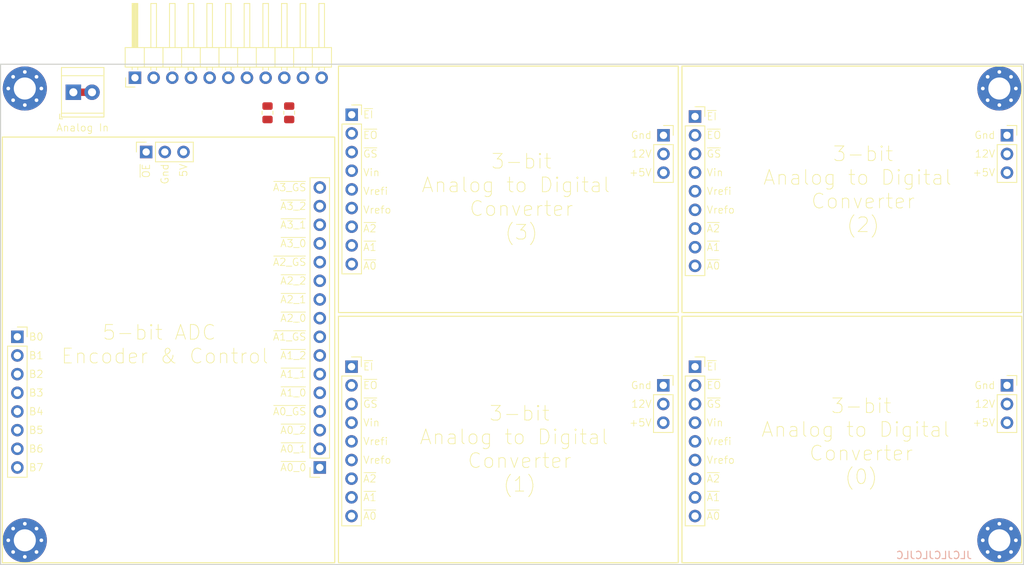
<source format=kicad_pcb>
(kicad_pcb (version 20211014) (generator pcbnew)
  (layers (0 "F.Cu" signal) (1 "In1.Cu" signal) (2 "In2.Cu" signal) (31 "B.Cu" signal) (34 "B.Paste" user) (35 "F.Paste" user) (36 "B.SilkS" user "B.Silkscreen") (37 "F.SilkS" user "F.Silkscreen") (38 "B.Mask" user) (39 "F.Mask" user) (44 "Edge.Cuts" user))
  (net 0 "")
  (net 2 "~{ANALOG_IN}")
  (net 5 "Net-(J2-Pad5)")
  (net 8 "GND")
  (net 11 "Net-(J4-Pad5)")
  (net 18 "~{A3_GS}")
  (net 19 "~{A3_2}")
  (net 20 "~{A3_1}")
  (net 21 "~{A3_0}")
  (net 22 "~{A2_GS}")
  (net 23 "~{A2_2}")
  (net 24 "~{A2_1}")
  (net 25 "~{A2_0}")
  (net 26 "~{A1_GS}")
  (net 27 "~{A1_2}")
  (net 28 "~{A1_1}")
  (net 29 "~{A1_0}")
  (net 30 "~{A0_GS}")
  (net 31 "~{A0_2}")
  (net 32 "~{A0_1}")
  (net 33 "~{A0_0}")
  (net 34 "BUS7")
  (net 35 "BUS6")
  (net 36 "BUS5")
  (net 37 "BUS4")
  (net 38 "BUS3")
  (net 39 "BUS2")
  (net 40 "BUS1")
  (net 41 "BUS0")
  (net 42 "Net-(J6-Pad5)")
  (net 43 "Net-(J8-Pad5)")
  (net 44 "+12V")
  (net 45 "Net-(J4-Pad2)")
  (net 46 "Net-(J6-Pad2)")
  (net 47 "Net-(J6-Pad1)")
  (net 48 "+5V")
  (net 49 "~{OE}")
  (footprint "Connector_PinSocket_2.54mm:PinSocket_1x03_P2.54mm_Vertical" (layer "F.Cu") (at 173.99 107.188)
    (fp_text reference "J7" hide)
    (fp_text value "Conn_01x03" hide)
    (fp_line (start -1.33 1.27) (end -1.33 6.41) (layer "F.SilkS") (width 0.12))
    (fp_line (start 0 -1.33) (end 1.33 -1.33) (layer "F.SilkS") (width 0.12))
    (fp_line (start -1.33 1.27) (end 1.33 1.27) (layer "F.SilkS") (width 0.12))
    (fp_line (start 1.33 -1.33) (end 1.33 0) (layer "F.SilkS") (width 0.12))
    (fp_line (start 1.33 1.27) (end 1.33 6.41) (layer "F.SilkS") (width 0.12))
    (fp_line (start -1.33 6.41) (end 1.33 6.41) (layer "F.SilkS") (width 0.12))
    (pad "1" thru_hole rect locked (at 0 0) (size 1.7 1.7) (drill 1) (layers *.Cu *.Mask) (net 8 "GND"))
    (pad "2" thru_hole oval locked (at 0 2.54) (size 1.7 1.7) (drill 1) (layers *.Cu *.Mask))
    (pad "3" thru_hole oval locked (at 0 5.08) (size 1.7 1.7) (drill 1) (layers *.Cu *.Mask))
  )
  (footprint "Connector_PinSocket_2.54mm:PinSocket_1x09_P2.54mm_Vertical" (layer "F.Cu") (at 131.597 70.368)
    (fp_text reference "J2" hide)
    (fp_text value "Conn_01x09" hide)
    (fp_line (start 1.33 -1.33) (end 1.33 0) (layer "F.SilkS") (width 0.12))
    (fp_line (start 0 -1.33) (end 1.33 -1.33) (layer "F.SilkS") (width 0.12))
    (fp_line (start -1.33 1.27) (end -1.33 21.65) (layer "F.SilkS") (width 0.12))
    (fp_line (start -1.33 1.27) (end 1.33 1.27) (layer "F.SilkS") (width 0.12))
    (fp_line (start -1.33 21.65) (end 1.33 21.65) (layer "F.SilkS") (width 0.12))
    (fp_line (start 1.33 1.27) (end 1.33 21.65) (layer "F.SilkS") (width 0.12))
    (pad "1" thru_hole rect locked (at 0 0) (size 1.7 1.7) (drill 1) (layers *.Cu *.Mask) (net 45 "Net-(J4-Pad2)"))
    (pad "2" thru_hole oval locked (at 0 2.54) (size 1.7 1.7) (drill 1) (layers *.Cu *.Mask))
    (pad "3" thru_hole oval locked (at 0 5.08) (size 1.7 1.7) (drill 1) (layers *.Cu *.Mask) (net 18 "~{A3_GS}"))
    (pad "4" thru_hole oval locked (at 0 7.62) (size 1.7 1.7) (drill 1) (layers *.Cu *.Mask) (net 2 "~{ANALOG_IN}"))
    (pad "5" thru_hole oval locked (at 0 10.16) (size 1.7 1.7) (drill 1) (layers *.Cu *.Mask) (net 5 "Net-(J2-Pad5)"))
    (pad "6" thru_hole oval locked (at 0 12.7) (size 1.7 1.7) (drill 1) (layers *.Cu *.Mask))
    (pad "7" thru_hole oval locked (at 0 15.24) (size 1.7 1.7) (drill 1) (layers *.Cu *.Mask) (net 19 "~{A3_2}"))
    (pad "8" thru_hole oval locked (at 0 17.78) (size 1.7 1.7) (drill 1) (layers *.Cu *.Mask) (net 20 "~{A3_1}"))
    (pad "9" thru_hole oval locked (at 0 20.32) (size 1.7 1.7) (drill 1) (layers *.Cu *.Mask) (net 21 "~{A3_0}"))
  )
  (footprint "Connector_PinHeader_2.54mm:PinHeader_1x11_P2.54mm_Horizontal" (layer "F.Cu") (at 102.108 65.335 90)
    (fp_text reference "J1" hide)
    (fp_text value "Conn_01x11" hide)
    (fp_line (start 10.1 0.38) (end 4.1 0.38) (layer "F.SilkS") (width 0.12))
    (fp_line (start 4.1 22.48) (end 10.1 22.48) (layer "F.SilkS") (width 0.12))
    (fp_line (start 1.042929 2.16) (end 1.44 2.16) (layer "F.SilkS") (width 0.12))
    (fp_line (start 10.1 12.32) (end 10.1 13.08) (layer "F.SilkS") (width 0.12))
    (fp_line (start 1.042929 4.7) (end 1.44 4.7) (layer "F.SilkS") (width 0.12))
    (fp_line (start 10.1 22.48) (end 10.1 23.24) (layer "F.SilkS") (width 0.12))
    (fp_line (start 1.042929 7.24) (end 1.44 7.24) (layer "F.SilkS") (width 0.12))
    (fp_line (start 1.042929 15.62) (end 1.44 15.62) (layer "F.SilkS") (width 0.12))
    (fp_line (start 4.1 2.16) (end 10.1 2.16) (layer "F.SilkS") (width 0.12))
    (fp_line (start 4.1 -0.32) (end 10.1 -0.32) (layer "F.SilkS") (width 0.12))
    (fp_line (start 10.1 13.08) (end 4.1 13.08) (layer "F.SilkS") (width 0.12))
    (fp_line (start 10.1 9.78) (end 10.1 10.54) (layer "F.SilkS") (width 0.12))
    (fp_line (start 4.1 4.7) (end 10.1 4.7) (layer "F.SilkS") (width 0.12))
    (fp_line (start 10.1 7.24) (end 10.1 8) (layer "F.SilkS") (width 0.12))
    (fp_line (start 1.44 11.43) (end 4.1 11.43) (layer "F.SilkS") (width 0.12))
    (fp_line (start 10.1 17.4) (end 10.1 18.16) (layer "F.SilkS") (width 0.12))
    (fp_line (start 4.1 0.04) (end 10.1 0.04) (layer "F.SilkS") (width 0.12))
    (fp_line (start 1.042929 22.48) (end 1.44 22.48) (layer "F.SilkS") (width 0.12))
    (fp_line (start 10.1 18.16) (end 4.1 18.16) (layer "F.SilkS") (width 0.12))
    (fp_line (start 1.44 8.89) (end 4.1 8.89) (layer "F.SilkS") (width 0.12))
    (fp_line (start 1.042929 9.78) (end 1.44 9.78) (layer "F.SilkS") (width 0.12))
    (fp_line (start 1.042929 10.54) (end 1.44 10.54) (layer "F.SilkS") (width 0.12))
    (fp_line (start 1.44 19.05) (end 4.1 19.05) (layer "F.SilkS") (width 0.12))
    (fp_line (start 1.11 -0.38) (end 1.44 -0.38) (layer "F.SilkS") (width 0.12))
    (fp_line (start 1.042929 12.32) (end 1.44 12.32) (layer "F.SilkS") (width 0.12))
    (fp_line (start 10.1 20.7) (end 4.1 20.7) (layer "F.SilkS") (width 0.12))
    (fp_line (start 1.042929 8) (end 1.44 8) (layer "F.SilkS") (width 0.12))
    (fp_line (start 1.042929 17.4) (end 1.44 17.4) (layer "F.SilkS") (width 0.12))
    (fp_line (start 4.1 -0.2) (end 10.1 -0.2) (layer "F.SilkS") (width 0.12))
    (fp_line (start 4.1 12.32) (end 10.1 12.32) (layer "F.SilkS") (width 0.12))
    (fp_line (start 4.1 -0.08) (end 10.1 -0.08) (layer "F.SilkS") (width 0.12))
    (fp_line (start 10.1 15.62) (end 4.1 15.62) (layer "F.SilkS") (width 0.12))
    (fp_line (start 4.1 9.78) (end 10.1 9.78) (layer "F.SilkS") (width 0.12))
    (fp_line (start 10.1 25.02) (end 10.1 25.78) (layer "F.SilkS") (width 0.12))
    (fp_line (start 1.042929 13.08) (end 1.44 13.08) (layer "F.SilkS") (width 0.12))
    (fp_line (start 10.1 14.86) (end 10.1 15.62) (layer "F.SilkS") (width 0.12))
    (fp_line (start 4.1 0.16) (end 10.1 0.16) (layer "F.SilkS") (width 0.12))
    (fp_line (start 10.1 8) (end 4.1 8) (layer "F.SilkS") (width 0.12))
    (fp_line (start -1.27 -1.27) (end 0 -1.27) (layer "F.SilkS") (width 0.12))
    (fp_line (start 1.44 3.81) (end 4.1 3.81) (layer "F.SilkS") (width 0.12))
    (fp_line (start 1.042929 25.02) (end 1.44 25.02) (layer "F.SilkS") (width 0.12))
    (fp_line (start 1.042929 18.16) (end 1.44 18.16) (layer "F.SilkS") (width 0.12))
    (fp_line (start 4.1 7.24) (end 10.1 7.24) (layer "F.SilkS") (width 0.12))
    (fp_line (start 1.44 6.35) (end 4.1 6.35) (layer "F.SilkS") (width 0.12))
    (fp_line (start 10.1 19.94) (end 10.1 20.7) (layer "F.SilkS") (width 0.12))
    (fp_line (start 4.1 -1.33) (end 1.44 -1.33) (layer "F.SilkS") (width 0.12))
    (fp_line (start 10.1 23.24) (end 4.1 23.24) (layer "F.SilkS") (width 0.12))
    (fp_line (start 10.1 -0.38) (end 10.1 0.38) (layer "F.SilkS") (width 0.12))
    (fp_line (start 10.1 10.54) (end 4.1 10.54) (layer "F.SilkS") (width 0.12))
    (fp_line (start 1.042929 23.24) (end 1.44 23.24) (layer "F.SilkS") (width 0.12))
    (fp_line (start 1.44 26.73) (end 4.1 26.73) (layer "F.SilkS") (width 0.12))
    (fp_line (start 1.44 1.27) (end 4.1 1.27) (layer "F.SilkS") (width 0.12))
    (fp_line (start 1.44 21.59) (end 4.1 21.59) (layer "F.SilkS") (width 0.12))
    (fp_line (start 1.44 16.51) (end 4.1 16.51) (layer "F.SilkS") (width 0.12))
    (fp_line (start 1.44 -1.33) (end 1.44 26.73) (layer "F.SilkS") (width 0.12))
    (fp_line (start 1.042929 20.7) (end 1.44 20.7) (layer "F.SilkS") (width 0.12))
    (fp_line (start 10.1 4.7) (end 10.1 5.46) (layer "F.SilkS") (width 0.12))
    (fp_line (start 4.1 0.28) (end 10.1 0.28) (layer "F.SilkS") (width 0.12))
    (fp_line (start 4.1 25.02) (end 10.1 25.02) (layer "F.SilkS") (width 0.12))
    (fp_line (start 4.1 -0.38) (end 10.1 -0.38) (layer "F.SilkS") (width 0.12))
    (fp_line (start 4.1 26.73) (end 4.1 -1.33) (layer "F.SilkS") (width 0.12))
    (fp_line (start 1.042929 25.78) (end 1.44 25.78) (layer "F.SilkS") (width 0.12))
    (fp_line (start 1.042929 2.92) (end 1.44 2.92) (layer "F.SilkS") (width 0.12))
    (fp_line (start 10.1 25.78) (end 4.1 25.78) (layer "F.SilkS") (width 0.12))
    (fp_line (start 4.1 19.94) (end 10.1 19.94) (layer "F.SilkS") (width 0.12))
    (fp_line (start 1.44 24.13) (end 4.1 24.13) (layer "F.SilkS") (width 0.12))
    (fp_line (start 1.042929 19.94) (end 1.44 19.94) (layer "F.SilkS") (width 0.12))
    (fp_line (start 10.1 2.16) (end 10.1 2.92) (layer "F.SilkS") (width 0.12))
    (fp_line (start -1.27 0) (end -1.27 -1.27) (layer "F.SilkS") (width 0.12))
    (fp_line (start 1.44 13.97) (end 4.1 13.97) (layer "F.SilkS") (width 0.12))
    (fp_line (start 10.1 5.46) (end 4.1 5.46) (layer "F.SilkS") (width 0.12))
    (fp_line (start 4.1 17.4) (end 10.1 17.4) (layer "F.SilkS") (width 0.12))
    (fp_line (start 1.042929 5.46) (end 1.44 5.46) (layer "F.SilkS") (width 0.12))
    (fp_line (start 4.1 14.86) (end 10.1 14.86) (layer "F.SilkS") (width 0.12))
    (fp_line (start 1.11 0.38) (end 1.44 0.38) (layer "F.SilkS") (width 0.12))
    (fp_line (start 10.1 2.92) (end 4.1 2.92) (layer "F.SilkS") (width 0.12))
    (fp_line (start 1.042929 14.86) (end 1.44 14.86) (layer "F.SilkS") (width 0.12))
    (pad "1" thru_hole rect locked (at 0 0 90) (size 1.7 1.7) (drill 1) (layers *.Cu *.Mask) (net 48 "+5V"))
    (pad "2" thru_hole oval locked (at 0 2.54 90) (size 1.7 1.7) (drill 1) (layers *.Cu *.Mask) (net 8 "GND"))
    (pad "3" thru_hole oval locked (at 0 5.08 90) (size 1.7 1.7) (drill 1) (layers *.Cu *.Mask) (net 49 "~{OE}"))
    (pad "4" thru_hole oval locked (at 0 7.62 90) (size 1.7 1.7) (drill 1) (layers *.Cu *.Mask) (net 41 "BUS0"))
    (pad "5" thru_hole oval locked (at 0 10.16 90) (size 1.7 1.7) (drill 1) (layers *.Cu *.Mask) (net 40 "BUS1"))
    (pad "6" thru_hole oval locked (at 0 12.7 90) (size 1.7 1.7) (drill 1) (layers *.Cu *.Mask) (net 39 "BUS2"))
    (pad "7" thru_hole oval locked (at 0 15.24 90) (size 1.7 1.7) (drill 1) (layers *.Cu *.Mask) (net 38 "BUS3"))
    (pad "8" thru_hole oval locked (at 0 17.78 90) (size 1.7 1.7) (drill 1) (layers *.Cu *.Mask) (net 37 "BUS4"))
    (pad "9" thru_hole oval locked (at 0 20.32 90) (size 1.7 1.7) (drill 1) (layers *.Cu *.Mask) (net 36 "BUS5"))
    (pad "10" thru_hole oval locked (at 0 22.86 90) (size 1.7 1.7) (drill 1) (layers *.Cu *.Mask) (net 35 "BUS6"))
    (pad "11" thru_hole oval locked (at 0 25.4 90) (size 1.7 1.7) (drill 1) (layers *.Cu *.Mask) (net 34 "BUS7"))
  )
  (footprint "Resistor_SMD:R_0805_2012Metric" (layer "F.Cu") (at 120.142 70.104 -90)
    (fp_text reference "R1" hide)
    (fp_text value "R_Small_US" hide)
    (fp_line (start -0.227064 0.735) (end 0.227064 0.735) (layer "F.SilkS") (width 0.12))
    (fp_line (start -0.227064 -0.735) (end 0.227064 -0.735) (layer "F.SilkS") (width 0.12))
    (pad "1" smd roundrect locked (at -0.9125 0 270) (size 1.025 1.4) (layers "F.Cu" "F.Paste" "F.Mask") (roundrect_rratio 0.243902) (net 43 "Net-(J8-Pad5)"))
    (pad "2" smd roundrect locked (at 0.9125 0 270) (size 1.025 1.4) (layers "F.Cu" "F.Paste" "F.Mask") (roundrect_rratio 0.243902) (net 44 "+12V"))
  )
  (footprint "Connector_PinSocket_2.54mm:PinSocket_1x03_P2.54mm_Vertical" (layer "F.Cu") (at 174.015 73.167)
    (fp_text reference "J3" hide)
    (fp_text value "Conn_01x03" hide)
    (fp_line (start 1.33 -1.33) (end 1.33 0) (layer "F.SilkS") (width 0.12))
    (fp_line (start -1.33 1.27) (end -1.33 6.41) (layer "F.SilkS") (width 0.12))
    (fp_line (start -1.33 6.41) (end 1.33 6.41) (layer "F.SilkS") (width 0.12))
    (fp_line (start 0 -1.33) (end 1.33 -1.33) (layer "F.SilkS") (width 0.12))
    (fp_line (start -1.33 1.27) (end 1.33 1.27) (layer "F.SilkS") (width 0.12))
    (fp_line (start 1.33 1.27) (end 1.33 6.41) (layer "F.SilkS") (width 0.12))
    (pad "1" thru_hole rect locked (at 0 0) (size 1.7 1.7) (drill 1) (layers *.Cu *.Mask) (net 8 "GND"))
    (pad "2" thru_hole oval locked (at 0 2.54) (size 1.7 1.7) (drill 1) (layers *.Cu *.Mask))
    (pad "3" thru_hole oval locked (at 0 5.08) (size 1.7 1.7) (drill 1) (layers *.Cu *.Mask))
  )
  (footprint "MountingHole:MountingHole_3mm_Pad_Via" (layer "F.Cu") (at 87.122 128.27)
    (fp_text reference "REF**" hide)
    (fp_text value "MountingHole_3mm_Pad_Via" hide)
    (pad "1" thru_hole circle locked (at 1.59099 1.59099) (size 0.8 0.8) (drill 0.5) (layers *.Cu *.Mask))
    (pad "1" thru_hole circle locked (at 1.59099 -1.59099) (size 0.8 0.8) (drill 0.5) (layers *.Cu *.Mask))
    (pad "1" thru_hole circle locked (at 0 0) (size 6 6) (drill 3) (layers *.Cu *.Mask))
    (pad "1" thru_hole circle locked (at 0 2.25) (size 0.8 0.8) (drill 0.5) (layers *.Cu *.Mask))
    (pad "1" thru_hole circle locked (at 0 -2.25) (size 0.8 0.8) (drill 0.5) (layers *.Cu *.Mask))
    (pad "1" thru_hole circle locked (at 2.25 0) (size 0.8 0.8) (drill 0.5) (layers *.Cu *.Mask))
    (pad "1" thru_hole circle locked (at -2.25 0) (size 0.8 0.8) (drill 0.5) (layers *.Cu *.Mask))
    (pad "1" thru_hole circle locked (at -1.59099 -1.59099) (size 0.8 0.8) (drill 0.5) (layers *.Cu *.Mask))
    (pad "1" thru_hole circle locked (at -1.59099 1.59099) (size 0.8 0.8) (drill 0.5) (layers *.Cu *.Mask))
  )
  (footprint "MountingHole:MountingHole_3mm_Pad_Via" (layer "F.Cu") (at 219.71 66.802)
    (fp_text reference "REF**" hide)
    (fp_text value "MountingHole_3mm_Pad_Via" hide)
    (pad "1" thru_hole circle locked (at 0 -2.25) (size 0.8 0.8) (drill 0.5) (layers *.Cu *.Mask))
    (pad "1" thru_hole circle locked (at 2.25 0) (size 0.8 0.8) (drill 0.5) (layers *.Cu *.Mask))
    (pad "1" thru_hole circle locked (at -1.59099 -1.59099) (size 0.8 0.8) (drill 0.5) (layers *.Cu *.Mask))
    (pad "1" thru_hole circle locked (at 1.59099 1.59099) (size 0.8 0.8) (drill 0.5) (layers *.Cu *.Mask))
    (pad "1" thru_hole circle locked (at -2.25 0) (size 0.8 0.8) (drill 0.5) (layers *.Cu *.Mask))
    (pad "1" thru_hole circle locked (at 0 0) (size 6 6) (drill 3) (layers *.Cu *.Mask))
    (pad "1" thru_hole circle locked (at 1.59099 -1.59099) (size 0.8 0.8) (drill 0.5) (layers *.Cu *.Mask))
    (pad "1" thru_hole circle locked (at -1.59099 1.59099) (size 0.8 0.8) (drill 0.5) (layers *.Cu *.Mask))
    (pad "1" thru_hole circle locked (at 0 2.25) (size 0.8 0.8) (drill 0.5) (layers *.Cu *.Mask))
  )
  (footprint "Connector_PinSocket_2.54mm:PinSocket_1x09_P2.54mm_Vertical" (layer "F.Cu") (at 178.308 104.648)
    (fp_text reference "J8" hide)
    (fp_text value "Conn_01x09" hide)
    (fp_line (start -1.33 1.27) (end 1.33 1.27) (layer "F.SilkS") (width 0.12))
    (fp_line (start 0 -1.33) (end 1.33 -1.33) (layer "F.SilkS") (width 0.12))
    (fp_line (start 1.33 -1.33) (end 1.33 0) (layer "F.SilkS") (width 0.12))
    (fp_line (start 1.33 1.27) (end 1.33 21.65) (layer "F.SilkS") (width 0.12))
    (fp_line (start -1.33 21.65) (end 1.33 21.65) (layer "F.SilkS") (width 0.12))
    (fp_line (start -1.33 1.27) (end -1.33 21.65) (layer "F.SilkS") (width 0.12))
    (pad "1" thru_hole rect locked (at 0 0) (size 1.7 1.7) (drill 1) (layers *.Cu *.Mask) (net 8 "GND"))
    (pad "2" thru_hole oval locked (at 0 2.54) (size 1.7 1.7) (drill 1) (layers *.Cu *.Mask) (net 47 "Net-(J6-Pad1)"))
    (pad "3" thru_hole oval locked (at 0 5.08) (size 1.7 1.7) (drill 1) (layers *.Cu *.Mask) (net 30 "~{A0_GS}"))
    (pad "4" thru_hole oval locked (at 0 7.62) (size 1.7 1.7) (drill 1) (layers *.Cu *.Mask) (net 2 "~{ANALOG_IN}"))
    (pad "5" thru_hole oval locked (at 0 10.16) (size 1.7 1.7) (drill 1) (layers *.Cu *.Mask) (net 43 "Net-(J8-Pad5)"))
    (pad "6" thru_hole oval locked (at 0 12.7) (size 1.7 1.7) (drill 1) (layers *.Cu *.Mask) (net 42 "Net-(J6-Pad5)"))
    (pad "7" thru_hole oval locked (at 0 15.24) (size 1.7 1.7) (drill 1) (layers *.Cu *.Mask) (net 31 "~{A0_2}"))
    (pad "8" thru_hole oval locked (at 0 17.78) (size 1.7 1.7) (drill 1) (layers *.Cu *.Mask) (net 32 "~{A0_1}"))
    (pad "9" thru_hole oval locked (at 0 20.32) (size 1.7 1.7) (drill 1) (layers *.Cu *.Mask) (net 33 "~{A0_0}"))
  )
  (footprint "Connector_PinSocket_2.54mm:PinSocket_1x03_P2.54mm_Vertical" (layer "F.Cu") (at 220.751 73.167)
    (fp_text reference "J5" hide)
    (fp_text value "Conn_01x03" hide)
    (fp_line (start -1.33 6.41) (end 1.33 6.41) (layer "F.SilkS") (width 0.12))
    (fp_line (start 1.33 1.27) (end 1.33 6.41) (layer "F.SilkS") (width 0.12))
    (fp_line (start -1.33 1.27) (end 1.33 1.27) (layer "F.SilkS") (width 0.12))
    (fp_line (start -1.33 1.27) (end -1.33 6.41) (layer "F.SilkS") (width 0.12))
    (fp_line (start 1.33 -1.33) (end 1.33 0) (layer "F.SilkS") (width 0.12))
    (fp_line (start 0 -1.33) (end 1.33 -1.33) (layer "F.SilkS") (width 0.12))
    (pad "1" thru_hole rect locked (at 0 0) (size 1.7 1.7) (drill 1) (layers *.Cu *.Mask) (net 8 "GND"))
    (pad "2" thru_hole oval locked (at 0 2.54) (size 1.7 1.7) (drill 1) (layers *.Cu *.Mask))
    (pad "3" thru_hole oval locked (at 0 5.08) (size 1.7 1.7) (drill 1) (layers *.Cu *.Mask))
  )
  (footprint "MountingHole:MountingHole_3mm_Pad_Via" (layer "F.Cu") (at 87.122 66.802)
    (fp_text reference "REF**" hide)
    (fp_text value "MountingHole_3mm_Pad_Via" hide)
    (pad "1" thru_hole circle locked (at -2.25 0) (size 0.8 0.8) (drill 0.5) (layers *.Cu *.Mask))
    (pad "1" thru_hole circle locked (at 0 0) (size 6 6) (drill 3) (layers *.Cu *.Mask))
    (pad "1" thru_hole circle locked (at 2.25 0) (size 0.8 0.8) (drill 0.5) (layers *.Cu *.Mask))
    (pad "1" thru_hole circle locked (at -1.59099 -1.59099) (size 0.8 0.8) (drill 0.5) (layers *.Cu *.Mask))
    (pad "1" thru_hole circle locked (at -1.59099 1.59099) (size 0.8 0.8) (drill 0.5) (layers *.Cu *.Mask))
    (pad "1" thru_hole circle locked (at 0 2.25) (size 0.8 0.8) (drill 0.5) (layers *.Cu *.Mask))
    (pad "1" thru_hole circle locked (at 0 -2.25) (size 0.8 0.8) (drill 0.5) (layers *.Cu *.Mask))
    (pad "1" thru_hole circle locked (at 1.59099 -1.59099) (size 0.8 0.8) (drill 0.5) (layers *.Cu *.Mask))
    (pad "1" thru_hole circle locked (at 1.59099 1.59099) (size 0.8 0.8) (drill 0.5) (layers *.Cu *.Mask))
  )
  (footprint "MountingHole:MountingHole_3mm_Pad_Via" (layer "F.Cu") (at 219.71 128.27)
    (fp_text reference "REF**" hide)
    (fp_text value "MountingHole_3mm_Pad_Via" hide)
    (pad "1" thru_hole circle locked (at 0 2.25) (size 0.8 0.8) (drill 0.5) (layers *.Cu *.Mask))
    (pad "1" thru_hole circle locked (at 0 0) (size 6 6) (drill 3) (layers *.Cu *.Mask))
    (pad "1" thru_hole circle locked (at 1.59099 1.59099) (size 0.8 0.8) (drill 0.5) (layers *.Cu *.Mask))
    (pad "1" thru_hole circle locked (at -2.25 0) (size 0.8 0.8) (drill 0.5) (layers *.Cu *.Mask))
    (pad "1" thru_hole circle locked (at -1.59099 -1.59099) (size 0.8 0.8) (drill 0.5) (layers *.Cu *.Mask))
    (pad "1" thru_hole circle locked (at -1.59099 1.59099) (size 0.8 0.8) (drill 0.5) (layers *.Cu *.Mask))
    (pad "1" thru_hole circle locked (at 2.25 0) (size 0.8 0.8) (drill 0.5) (layers *.Cu *.Mask))
    (pad "1" thru_hole circle locked (at 1.59099 -1.59099) (size 0.8 0.8) (drill 0.5) (layers *.Cu *.Mask))
    (pad "1" thru_hole circle locked (at 0 -2.25) (size 0.8 0.8) (drill 0.5) (layers *.Cu *.Mask))
  )
  (footprint "Connector_PinSocket_2.54mm:PinSocket_1x16_P2.54mm_Vertical" (layer "F.Cu") (at 127.254 118.364 180)
    (fp_text reference "J11" hide)
    (fp_text value "Conn_01x16" hide)
    (fp_line (start -1.33 1.27) (end -1.33 39.43) (layer "F.SilkS") (width 0.12))
    (fp_line (start 1.33 1.27) (end 1.33 39.43) (layer "F.SilkS") (width 0.12))
    (fp_line (start -1.33 39.43) (end 1.33 39.43) (layer "F.SilkS") (width 0.12))
    (fp_line (start -1.33 1.27) (end 1.33 1.27) (layer "F.SilkS") (width 0.12))
    (fp_line (start 1.33 -1.33) (end 1.33 0) (layer "F.SilkS") (width 0.12))
    (fp_line (start 0 -1.33) (end 1.33 -1.33) (layer "F.SilkS") (width 0.12))
    (pad "1" thru_hole rect locked (at 0 0 180) (size 1.7 1.7) (drill 1) (layers *.Cu *.Mask) (net 33 "~{A0_0}"))
    (pad "2" thru_hole oval locked (at 0 2.54 180) (size 1.7 1.7) (drill 1) (layers *.Cu *.Mask) (net 32 "~{A0_1}"))
    (pad "3" thru_hole oval locked (at 0 5.08 180) (size 1.7 1.7) (drill 1) (layers *.Cu *.Mask) (net 31 "~{A0_2}"))
    (pad "4" thru_hole oval locked (at 0 7.62 180) (size 1.7 1.7) (drill 1) (layers *.Cu *.Mask) (net 30 "~{A0_GS}"))
    (pad "5" thru_hole oval locked (at 0 10.16 180) (size 1.7 1.7) (drill 1) (layers *.Cu *.Mask) (net 29 "~{A1_0}"))
    (pad "6" thru_hole oval locked (at 0 12.7 180) (size 1.7 1.7) (drill 1) (layers *.Cu *.Mask) (net 28 "~{A1_1}"))
    (pad "7" thru_hole oval locked (at 0 15.24 180) (size 1.7 1.7) (drill 1) (layers *.Cu *.Mask) (net 27 "~{A1_2}"))
    (pad "8" thru_hole oval locked (at 0 17.78 180) (size 1.7 1.7) (drill 1) (layers *.Cu *.Mask) (net 26 "~{A1_GS}"))
    (pad "9" thru_hole oval locked (at 0 20.32 180) (size 1.7 1.7) (drill 1) (layers *.Cu *.Mask) (net 25 "~{A2_0}"))
    (pad "10" thru_hole oval locked (at 0 22.86 180) (size 1.7 1.7) (drill 1) (layers *.Cu *.Mask) (net 24 "~{A2_1}"))
    (pad "11" thru_hole oval locked (at 0 25.4 180) (size 1.7 1.7) (drill 1) (layers *.Cu *.Mask) (net 23 "~{A2_2}"))
    (pad "12" thru_hole oval locked (at 0 27.94 180) (size 1.7 1.7) (drill 1) (layers *.Cu *.Mask) (net 22 "~{A2_GS}"))
    (pad "13" thru_hole oval locked (at 0 30.48 180) (size 1.7 1.7) (drill 1) (layers *.Cu *.Mask) (net 21 "~{A3_0}"))
    (pad "14" thru_hole oval locked (at 0 33.02 180) (size 1.7 1.7) (drill 1) (layers *.Cu *.Mask) (net 20 "~{A3_1}"))
    (pad "15" thru_hole oval locked (at 0 35.56 180) (size 1.7 1.7) (drill 1) (layers *.Cu *.Mask) (net 19 "~{A3_2}"))
    (pad "16" thru_hole oval locked (at 0 38.1 180) (size 1.7 1.7) (drill 1) (layers *.Cu *.Mask) (net 18 "~{A3_GS}"))
  )
  (footprint "TerminalBlock_TE-Connectivity:TerminalBlock_TE_282834-2_1x02_P2.54mm_Horizontal" (layer "F.Cu") (at 93.726 67.31)
    (fp_text reference "J13" hide)
    (fp_text value "Screw_Terminal_01x02" hide)
    (fp_line (start -1.62 -3.37) (end -1.62 3.37) (layer "F.SilkS") (width 0.12))
    (fp_line (start -1.62 -2.25) (end 4.16 -2.25) (layer "F.SilkS") (width 0.12))
    (fp_line (start -1.62 2.85) (end 4.16 2.85) (layer "F.SilkS") (width 0.12))
    (fp_line (start 4.16 -3.37) (end 4.16 3.37) (layer "F.SilkS") (width 0.12))
    (fp_line (start -1.62 3.37) (end 4.16 3.37) (layer "F.SilkS") (width 0.12))
    (fp_line (start -1.86 2.97) (end -1.86 3.61) (layer "F.SilkS") (width 0.12))
    (fp_line (start -1.62 -3.37) (end 4.16 -3.37) (layer "F.SilkS") (width 0.12))
    (fp_line (start -1.86 3.61) (end -1.46 3.61) (layer "F.SilkS") (width 0.12))
    (pad "1" thru_hole rect locked (at 0 0) (size 2.1 2.1) (drill 1.1) (layers *.Cu *.Mask) (net 2 "~{ANALOG_IN}"))
    (pad "2" thru_hole circle locked (at 2.54 0) (size 2.1 2.1) (drill 1.1) (layers *.Cu *.Mask) (net 2 "~{ANALOG_IN}"))
  )
  (footprint "Connector_PinSocket_2.54mm:PinSocket_1x08_P2.54mm_Vertical" (layer "F.Cu") (at 86.106 100.584)
    (fp_text reference "J12" hide)
    (fp_text value "Conn_01x08" hide)
    (fp_line (start -1.33 1.27) (end -1.33 19.11) (layer "F.SilkS") (width 0.12))
    (fp_line (start -1.33 1.27) (end 1.33 1.27) (layer "F.SilkS") (width 0.12))
    (fp_line (start -1.33 19.11) (end 1.33 19.11) (layer "F.SilkS") (width 0.12))
    (fp_line (start 1.33 -1.33) (end 1.33 0) (layer "F.SilkS") (width 0.12))
    (fp_line (start 1.33 1.27) (end 1.33 19.11) (layer "F.SilkS") (width 0.12))
    (fp_line (start 0 -1.33) (end 1.33 -1.33) (layer "F.SilkS") (width 0.12))
    (pad "1" thru_hole rect locked (at 0 0) (size 1.7 1.7) (drill 1) (layers *.Cu *.Mask) (net 41 "BUS0"))
    (pad "2" thru_hole oval locked (at 0 2.54) (size 1.7 1.7) (drill 1) (layers *.Cu *.Mask) (net 40 "BUS1"))
    (pad "3" thru_hole oval locked (at 0 5.08) (size 1.7 1.7) (drill 1) (layers *.Cu *.Mask) (net 39 "BUS2"))
    (pad "4" thru_hole oval locked (at 0 7.62) (size 1.7 1.7) (drill 1) (layers *.Cu *.Mask) (net 38 "BUS3"))
    (pad "5" thru_hole oval locked (at 0 10.16) (size 1.7 1.7) (drill 1) (layers *.Cu *.Mask) (net 37 "BUS4"))
    (pad "6" thru_hole oval locked (at 0 12.7) (size 1.7 1.7) (drill 1) (layers *.Cu *.Mask) (net 36 "BUS5"))
    (pad "7" thru_hole oval locked (at 0 15.24) (size 1.7 1.7) (drill 1) (layers *.Cu *.Mask) (net 35 "BUS6"))
    (pad "8" thru_hole oval locked (at 0 17.78) (size 1.7 1.7) (drill 1) (layers *.Cu *.Mask) (net 34 "BUS7"))
  )
  (footprint "Connector_PinSocket_2.54mm:PinSocket_1x09_P2.54mm_Vertical" (layer "F.Cu") (at 131.572 104.648)
    (fp_text reference "J6" hide)
    (fp_text value "Conn_01x09" hide)
    (fp_line (start -1.33 1.27) (end 1.33 1.27) (layer "F.SilkS") (width 0.12))
    (fp_line (start -1.33 21.65) (end 1.33 21.65) (layer "F.SilkS") (width 0.12))
    (fp_line (start 1.33 -1.33) (end 1.33 0) (layer "F.SilkS") (width 0.12))
    (fp_line (start 1.33 1.27) (end 1.33 21.65) (layer "F.SilkS") (width 0.12))
    (fp_line (start -1.33 1.27) (end -1.33 21.65) (layer "F.SilkS") (width 0.12))
    (fp_line (start 0 -1.33) (end 1.33 -1.33) (layer "F.SilkS") (width 0.12))
    (pad "1" thru_hole rect locked (at 0 0) (size 1.7 1.7) (drill 1) (layers *.Cu *.Mask) (net 47 "Net-(J6-Pad1)"))
    (pad "2" thru_hole oval locked (at 0 2.54) (size 1.7 1.7) (drill 1) (layers *.Cu *.Mask) (net 46 "Net-(J6-Pad2)"))
    (pad "3" thru_hole oval locked (at 0 5.08) (size 1.7 1.7) (drill 1) (layers *.Cu *.Mask) (net 26 "~{A1_GS}"))
    (pad "4" thru_hole oval locked (at 0 7.62) (size 1.7 1.7) (drill 1) (layers *.Cu *.Mask) (net 2 "~{ANALOG_IN}"))
    (pad "5" thru_hole oval locked (at 0 10.16) (size 1.7 1.7) (drill 1) (layers *.Cu *.Mask) (net 42 "Net-(J6-Pad5)"))
    (pad "6" thru_hole oval locked (at 0 12.7) (size 1.7 1.7) (drill 1) (layers *.Cu *.Mask) (net 11 "Net-(J4-Pad5)"))
    (pad "7" thru_hole oval locked (at 0 15.24) (size 1.7 1.7) (drill 1) (layers *.Cu *.Mask) (net 27 "~{A1_2}"))
    (pad "8" thru_hole oval locked (at 0 17.78) (size 1.7 1.7) (drill 1) (layers *.Cu *.Mask) (net 28 "~{A1_1}"))
    (pad "9" thru_hole oval locked (at 0 20.32) (size 1.7 1.7) (drill 1) (layers *.Cu *.Mask) (net 29 "~{A1_0}"))
  )
  (footprint "Connector_PinSocket_2.54mm:PinSocket_1x03_P2.54mm_Vertical" (layer "F.Cu") (at 220.751 107.188)
    (fp_text reference "J9" hide)
    (fp_text value "Conn_01x03" hide)
    (fp_line (start -1.33 1.27) (end -1.33 6.41) (layer "F.SilkS") (width 0.12))
    (fp_line (start 1.33 1.27) (end 1.33 6.41) (layer "F.SilkS") (width 0.12))
    (fp_line (start 0 -1.33) (end 1.33 -1.33) (layer "F.SilkS") (width 0.12))
    (fp_line (start -1.33 1.27) (end 1.33 1.27) (layer "F.SilkS") (width 0.12))
    (fp_line (start -1.33 6.41) (end 1.33 6.41) (layer "F.SilkS") (width 0.12))
    (fp_line (start 1.33 -1.33) (end 1.33 0) (layer "F.SilkS") (width 0.12))
    (pad "1" thru_hole rect locked (at 0 0) (size 1.7 1.7) (drill 1) (layers *.Cu *.Mask) (net 8 "GND"))
    (pad "2" thru_hole oval locked (at 0 2.54) (size 1.7 1.7) (drill 1) (layers *.Cu *.Mask))
    (pad "3" thru_hole oval locked (at 0 5.08) (size 1.7 1.7) (drill 1) (layers *.Cu *.Mask))
  )
  (footprint "Connector_PinSocket_2.54mm:PinSocket_1x09_P2.54mm_Vertical" (layer "F.Cu") (at 178.308 70.612)
    (fp_text reference "J4" hide)
    (fp_text value "Conn_01x09" hide)
    (fp_line (start 1.33 -1.33) (end 1.33 0) (layer "F.SilkS") (width 0.12))
    (fp_line (start -1.33 1.27) (end 1.33 1.27) (layer "F.SilkS") (width 0.12))
    (fp_line (start 0 -1.33) (end 1.33 -1.33) (layer "F.SilkS") (width 0.12))
    (fp_line (start -1.33 1.27) (end -1.33 21.65) (layer "F.SilkS") (width 0.12))
    (fp_line (start -1.33 21.65) (end 1.33 21.65) (layer "F.SilkS") (width 0.12))
    (fp_line (start 1.33 1.27) (end 1.33 21.65) (layer "F.SilkS") (width 0.12))
    (pad "1" thru_hole rect locked (at 0 0) (size 1.7 1.7) (drill 1) (layers *.Cu *.Mask) (net 46 "Net-(J6-Pad2)"))
    (pad "2" thru_hole oval locked (at 0 2.54) (size 1.7 1.7) (drill 1) (layers *.Cu *.Mask) (net 45 "Net-(J4-Pad2)"))
    (pad "3" thru_hole oval locked (at 0 5.08) (size 1.7 1.7) (drill 1) (layers *.Cu *.Mask) (net 22 "~{A2_GS}"))
    (pad "4" thru_hole oval locked (at 0 7.62) (size 1.7 1.7) (drill 1) (layers *.Cu *.Mask) (net 2 "~{ANALOG_IN}"))
    (pad "5" thru_hole oval locked (at 0 10.16) (size 1.7 1.7) (drill 1) (layers *.Cu *.Mask) (net 11 "Net-(J4-Pad5)"))
    (pad "6" thru_hole oval locked (at 0 12.7) (size 1.7 1.7) (drill 1) (layers *.Cu *.Mask) (net 5 "Net-(J2-Pad5)"))
    (pad "7" thru_hole oval locked (at 0 15.24) (size 1.7 1.7) (drill 1) (layers *.Cu *.Mask) (net 23 "~{A2_2}"))
    (pad "8" thru_hole oval locked (at 0 17.78) (size 1.7 1.7) (drill 1) (layers *.Cu *.Mask) (net 24 "~{A2_1}"))
    (pad "9" thru_hole oval locked (at 0 20.32) (size 1.7 1.7) (drill 1) (layers *.Cu *.Mask) (net 25 "~{A2_0}"))
  )
  (footprint "Connector_PinSocket_2.54mm:PinSocket_1x03_P2.54mm_Vertical" (layer "F.Cu") (at 103.632 75.438 90)
    (fp_text reference "J10" hide)
    (fp_text value "Conn_01x03" hide)
    (fp_line (start 0 -1.33) (end 1.33 -1.33) (layer "F.SilkS") (width 0.12))
    (fp_line (start 1.33 -1.33) (end 1.33 0) (layer "F.SilkS") (width 0.12))
    (fp_line (start -1.33 1.27) (end 1.33 1.27) (layer "F.SilkS") (width 0.12))
    (fp_line (start 1.33 1.27) (end 1.33 6.41) (layer "F.SilkS") (width 0.12))
    (fp_line (start -1.33 1.27) (end -1.33 6.41) (layer "F.SilkS") (width 0.12))
    (fp_line (start -1.33 6.41) (end 1.33 6.41) (layer "F.SilkS") (width 0.12))
    (pad "1" thru_hole rect locked (at 0 0 90) (size 1.7 1.7) (drill 1) (layers *.Cu *.Mask))
    (pad "2" thru_hole oval locked (at 0 2.54 90) (size 1.7 1.7) (drill 1) (layers *.Cu *.Mask))
    (pad "3" thru_hole oval locked (at 0 5.08 90) (size 1.7 1.7) (drill 1) (layers *.Cu *.Mask))
  )
  (footprint "Resistor_SMD:R_0805_2012Metric" (layer "F.Cu") (at 123.092 70.104 -90)
    (fp_text reference "R2" hide)
    (fp_text value "R_Small_US" hide)
    (fp_line (start -0.227064 -0.735) (end 0.227064 -0.735) (layer "F.SilkS") (width 0.12))
    (fp_line (start -0.227064 0.735) (end 0.227064 0.735) (layer "F.SilkS") (width 0.12))
    (pad "1" smd roundrect locked (at -0.9125 0 270) (size 1.025 1.4) (layers "F.Cu" "F.Paste" "F.Mask") (roundrect_rratio 0.243902) (net 43 "Net-(J8-Pad5)"))
    (pad "2" smd roundrect locked (at 0.9125 0 270) (size 1.025 1.4) (layers "F.Cu" "F.Paste" "F.Mask") (roundrect_rratio 0.243902) (net 8 "GND"))
  )
  (gr_rect (start 84.074 73.406) (end 129.286 131.318) (layer "F.SilkS") (width 0.15) (fill none))
  (gr_rect (start 129.794 63.754) (end 176.022 97.282) (layer "F.SilkS") (width 0.15) (fill none))
  (gr_rect (start 176.53 97.79) (end 222.758 131.318) (layer "F.SilkS") (width 0.15) (fill none))
  (gr_rect (start 176.53 63.754) (end 222.758 97.282) (layer "F.SilkS") (width 0.15) (fill none))
  (gr_rect (start 129.794 97.79) (end 176.022 131.318) (layer "F.SilkS") (width 0.15) (fill none))
  (gr_rect (start 83.82 63.5) (end 223.012 131.572) (layer "Edge.Cuts") (width 0.15) (fill none))
  (gr_text "JLCJLCJLCJLC" (at 210.82 130.302) (layer "B.SilkS") (effects (font (size 1 1)) (justify mirror)))
  (gr_text "B4" (at 87.63 110.744) (layer "F.SilkS") (effects (font (size 1 1) (thickness 0.1)) (justify left)))
  (gr_text "3-bit\nAnalog to Digital \nConverter\n(2)" (at 201.168 80.518) (layer "F.SilkS") (effects (font (size 2 2) (thickness 0.1))))
  (gr_text "Vrefi" (at 179.832 114.808) (layer "F.SilkS") (effects (font (size 1 1) (thickness 0.1)) (justify left)))
  (gr_text "Vin" (at 179.832 112.268) (layer "F.SilkS") (effects (font (size 1 1) (thickness 0.1)) (justify left)))
  (gr_text "~{A1}" (at 179.832 122.428) (layer "F.SilkS") (effects (font (size 1 1) (thickness 0.1)) (justify left)))
  (gr_text "12V" (at 219.202 75.692) (layer "F.SilkS") (effects (font (size 1 1) (thickness 0.1)) (justify right)))
  (gr_text "+5V" (at 172.466 112.268) (layer "F.SilkS") (effects (font (size 1 1) (thickness 0.1)) (justify right)))
  (gr_text "~{EO}" (at 133.096 107.188) (layer "F.SilkS") (effects (font (size 1 1) (thickness 0.1)) (justify left)))
  (gr_text "~{A1}" (at 179.832 88.392) (layer "F.SilkS") (effects (font (size 1 1) (thickness 0.1)) (justify left)))
  (gr_text "Gnd" (at 172.466 107.188) (layer "F.SilkS") (effects (font (size 1 1) (thickness 0.1)) (justify right)))
  (gr_text "~{A1_2}" (at 125.476 103.124) (layer "F.SilkS") (effects (font (size 1 1) (thickness 0.1)) (justify right)))
  (gr_text "+5V" (at 172.466 78.232) (layer "F.SilkS") (effects (font (size 1 1) (thickness 0.1)) (justify right)))
  (gr_text "~{A0}" (at 133.096 90.932) (layer "F.SilkS") (effects (font (size 1 1) (thickness 0.1)) (justify left)))
  (gr_text "~{EI}" (at 179.832 70.612) (layer "F.SilkS") (effects (font (size 1 1) (thickness 0.1)) (justify left)))
  (gr_text "5-bit ADC \nEncoder & Control" (at 106.172 101.6) (layer "F.SilkS") (effects (font (size 2 2) (thickness 0.1))))
  (gr_text "Gnd" (at 106.172 76.962 90) (layer "F.SilkS") (effects (font (size 1 1) (thickness 0.1)) (justify right)))
  (gr_text "~{EO}" (at 179.832 107.188) (layer "F.SilkS") (effects (font (size 1 1) (thickness 0.1)) (justify left)))
  (gr_text "~{GS}" (at 179.832 109.728) (layer "F.SilkS") (effects (font (size 1 1) (thickness 0.1)) (justify left)))
  (gr_text "Analog In" (at 94.996 72.136) (layer "F.SilkS") (effects (font (size 1 1) (thickness 0.1))))
  (gr_text "+5V" (at 219.202 78.232) (layer "F.SilkS") (effects (font (size 1 1) (thickness 0.1)) (justify right)))
  (gr_text "3-bit\nAnalog to Digital \nConverter\n(1)" (at 154.432 115.824) (layer "F.SilkS") (effects (font (size 2 2) (thickness 0.1))))
  (gr_text "~{A3_2}" (at 125.476 82.804) (layer "F.SilkS") (effects (font (size 1 1) (thickness 0.1)) (justify right)))
  (gr_text "B5" (at 87.63 113.284) (layer "F.SilkS") (effects (font (size 1 1) (thickness 0.1)) (justify left)))
  (gr_text "~{A1_0}" (at 125.476 108.204) (layer "F.SilkS") (effects (font (size 1 1) (thickness 0.1)) (justify right)))
  (gr_text "B7" (at 87.63 118.364) (layer "F.SilkS") (effects (font (size 1 1) (thickness 0.1)) (justify left)))
  (gr_text "12V" (at 172.466 75.692) (layer "F.SilkS") (effects (font (size 1 1) (thickness 0.1)) (justify right)))
  (gr_text "~{GS}" (at 179.832 75.692) (layer "F.SilkS") (effects (font (size 1 1) (thickness 0.1)) (justify left)))
  (gr_text "~{A0_GS}" (at 125.476 110.744) (layer "F.SilkS") (effects (font (size 1 1) (thickness 0.1)) (justify right)))
  (gr_text "Gnd" (at 172.466 73.152) (layer "F.SilkS") (effects (font (size 1 1) (thickness 0.1)) (justify right)))
  (gr_text "Vrefi" (at 179.832 80.772) (layer "F.SilkS") (effects (font (size 1 1) (thickness 0.1)) (justify left)))
  (gr_text "~{A0_0}" (at 125.476 118.364) (layer "F.SilkS") (effects (font (size 1 1) (thickness 0.1)) (justify right)))
  (gr_text "~{A3_1}" (at 125.476 85.344) (layer "F.SilkS") (effects (font (size 1 1) (thickness 0.1)) (justify right)))
  (gr_text "~{OE}" (at 103.632 76.962 90) (layer "F.SilkS") (effects (font (size 1 1) (thickness 0.1)) (justify right)))
  (gr_text "~{A2}" (at 179.832 85.852) (layer "F.SilkS") (effects (font (size 1 1) (thickness 0.1)) (justify left)))
  (gr_text "Gnd" (at 219.202 73.152) (layer "F.SilkS") (effects (font (size 1 1) (thickness 0.1)) (justify right)))
  (gr_text "Vin" (at 133.096 112.268) (layer "F.SilkS") (effects (font (size 1 1) (thickness 0.1)) (justify left)))
  (gr_text "B0" (at 87.63 100.584) (layer "F.SilkS") (effects (font (size 1 1) (thickness 0.1)) (justify left)))
  (gr_text "~{A0}" (at 179.832 124.968) (layer "F.SilkS") (effects (font (size 1 1) (thickness 0.1)) (justify left)))
  (gr_text "Vin" (at 133.096 78.232) (layer "F.SilkS") (effects (font (size 1 1) (thickness 0.1)) (justify left)))
  (gr_text "~{A1}" (at 133.096 88.392) (layer "F.SilkS") (effects (font (size 1 1) (thickness 0.1)) (justify left)))
  (gr_text "~{EO}" (at 133.096 73.152) (layer "F.SilkS") (effects (font (size 1 1) (thickness 0.1)) (justify left)))
  (gr_text "+5V" (at 219.202 112.268) (layer "F.SilkS") (effects (font (size 1 1) (thickness 0.1)) (justify right)))
  (gr_text "Vrefi" (at 133.096 114.808) (layer "F.SilkS") (effects (font (size 1 1) (thickness 0.1)) (justify left)))
  (gr_text "~{A3_GS}" (at 125.476 80.264) (layer "F.SilkS") (effects (font (size 1 1) (thickness 0.1)) (justify right)))
  (gr_text "~{A1}" (at 133.096 122.428) (layer "F.SilkS") (effects (font (size 1 1) (thickness 0.1)) (justify left)))
  (gr_text "Vrefo" (at 179.832 117.348) (layer "F.SilkS") (effects (font (size 1 1) (thickness 0.1)) (justify left)))
  (gr_text "~{EO}" (at 179.832 73.152) (layer "F.SilkS") (effects (font (size 1 1) (thickness 0.1)) (justify left)))
  (gr_text "12V" (at 172.466 109.728) (layer "F.SilkS") (effects (font (size 1 1) (thickness 0.1)) (justify right)))
  (gr_text "~{A2_GS}" (at 125.476 90.424) (layer "F.SilkS") (effects (font (size 1 1) (thickness 0.1)) (justify right)))
  (gr_text "~{GS}" (at 133.096 75.692) (layer "F.SilkS") (effects (font (size 1 1) (thickness 0.1)) (justify left)))
  (gr_text "~{A2}" (at 133.096 119.888) (layer "F.SilkS") (effects (font (size 1 1) (thickness 0.1)) (justify left)))
  (gr_text "~{A3_0}" (at 125.476 87.884) (layer "F.SilkS") (effects (font (size 1 1) (thickness 0.1)) (justify right)))
  (gr_text "~{A0}" (at 133.096 124.968) (layer "F.SilkS") (effects (font (size 1 1) (thickness 0.1)) (justify left)))
  (gr_text "~{A2}" (at 133.096 85.852) (layer "F.SilkS") (effects (font (size 1 1) (thickness 0.1)) (justify left)))
  (gr_text "~{GS}" (at 133.096 109.728) (layer "F.SilkS") (effects (font (size 1 1) (thickness 0.1)) (justify left)))
  (gr_text "~{EI}" (at 133.096 70.358) (layer "F.SilkS") (effects (font (size 1 1) (thickness 0.1)) (justify left)))
  (gr_text "12V" (at 219.202 109.728) (layer "F.SilkS") (effects (font (size 1 1) (thickness 0.1)) (justify right)))
  (gr_text "~{A0_2}" (at 125.476 113.284) (layer "F.SilkS") (effects (font (size 1 1) (thickness 0.1)) (justify right)))
  (gr_text "3-bit\nAnalog to Digital \nConverter\n(0)" (at 200.914 114.808) (layer "F.SilkS") (effects (font (size 2 2) (thickness 0.1))))
  (gr_text "~{EI}" (at 133.096 104.648) (layer "F.SilkS") (effects (font (size 1 1) (thickness 0.1)) (justify left)))
  (gr_text "~{A0}" (at 179.832 90.932) (layer "F.SilkS") (effects (font (size 1 1) (thickness 0.1)) (justify left)))
  (gr_text "~{A2_2}" (at 125.476 92.964) (layer "F.SilkS") (effects (font (size 1 1) (thickness 0.1)) (justify right)))
  (gr_text "B6" (at 87.63 115.824) (layer "F.SilkS") (effects (font (size 1 1) (thickness 0.1)) (justify left)))
  (gr_text "Vrefo" (at 133.096 117.348) (layer "F.SilkS") (effects (font (size 1 1) (thickness 0.1)) (justify left)))
  (gr_text "~{A2_0}" (at 125.476 98.044) (layer "F.SilkS") (effects (font (size 1 1) (thickness 0.1)) (justify right)))
  (gr_text "B1" (at 87.63 103.124) (layer "F.SilkS") (effects (font (size 1 1) (thickness 0.1)) (justify left)))
  (gr_text "~{EI}" (at 179.832 104.648) (layer "F.SilkS") (effects (font (size 1 1) (thickness 0.1)) (justify left)))
  (gr_text "~{A1_1}" (at 125.476 105.664) (layer "F.SilkS") (effects (font (size 1 1) (thickness 0.1)) (justify right)))
  (gr_text "Vin" (at 179.832 78.232) (layer "F.SilkS") (effects (font (size 1 1) (thickness 0.1)) (justify left)))
  (gr_text "Vrefo" (at 133.096 83.312) (layer "F.SilkS") (effects (font (size 1 1) (thickness 0.1)) (justify left)))
  (gr_text "B2" (at 87.63 105.664) (layer "F.SilkS") (effects (font (size 1 1) (thickness 0.1)) (justify left)))
  (gr_text "B3" (at 87.63 108.204) (layer "F.SilkS") (effects (font (size 1 1) (thickness 0.1)) (justify left)))
  (gr_text "Vrefi" (at 133.096 80.772) (layer "F.SilkS") (effects (font (size 1 1) (thickness 0.1)) (justify left)))
  (gr_text "Vrefo" (at 179.832 83.312) (layer "F.SilkS") (effects (font (size 1 1) (thickness 0.1)) (justify left)))
  (gr_text "Gnd" (at 219.202 107.188) (layer "F.SilkS") (effects (font (size 1 1) (thickness 0.1)) (justify right)))
  (gr_text "~{A2_1}" (at 125.476 95.504) (layer "F.SilkS") (effects (font (size 1 1) (thickness 0.1)) (justify right)))
  (gr_text "~{A2}" (at 179.832 119.888) (layer "F.SilkS") (effects (font (size 1 1) (thickness 0.1)) (justify left)))
  (gr_text "5V" (at 108.712 76.962 90) (layer "F.SilkS") (effects (font (size 1 1) (thickness 0.1)) (justify right)))
  (gr_text "~{A0_1}" (at 125.476 115.824) (layer "F.SilkS") (effects (font (size 1 1) (thickness 0.1)) (justify right)))
  (gr_text "~{A1_GS}" (at 125.476 100.584) (layer "F.SilkS") (effects (font (size 1 1) (thickness 0.1)) (justify right)))
  (gr_text "3-bit\nAnalog to Digital \nConverter\n(3)" (at 154.686 81.534) (layer "F.SilkS") (effects (font (size 2 2) (thickness 0.1))))
  (segment (start 93.726 67.31) (end 96.266 67.31) (width 1) (layer "F.Cu") (net 2))
)
</source>
